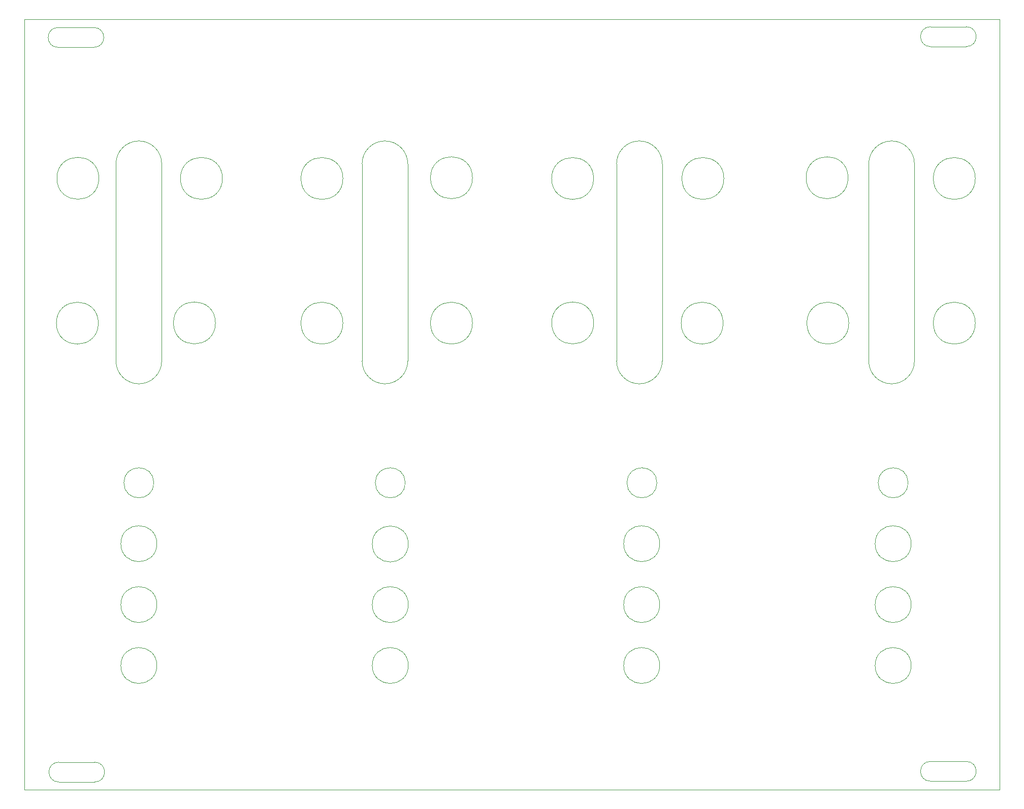
<source format=gm1>
G04 #@! TF.GenerationSoftware,KiCad,Pcbnew,(5.1.6-0-10_14)*
G04 #@! TF.CreationDate,2022-01-02T10:50:27+00:00*
G04 #@! TF.ProjectId,Quad Tube VCA,51756164-2054-4756-9265-205643412e6b,rev?*
G04 #@! TF.SameCoordinates,Original*
G04 #@! TF.FileFunction,Profile,NP*
%FSLAX46Y46*%
G04 Gerber Fmt 4.6, Leading zero omitted, Abs format (unit mm)*
G04 Created by KiCad (PCBNEW (5.1.6-0-10_14)) date 2022-01-02 10:50:27*
%MOMM*%
%LPD*%
G01*
G04 APERTURE LIST*
G04 #@! TA.AperFunction,Profile*
%ADD10C,0.050000*%
G04 #@! TD*
G04 APERTURE END LIST*
D10*
X223012000Y-157734000D02*
X217043000Y-157734000D01*
X217043000Y-157734000D02*
G75*
G02*
X217043000Y-154432000I0J1651000D01*
G01*
X217043000Y-154432000D02*
X223012000Y-154432000D01*
X223012000Y-154432000D02*
G75*
G02*
X223012000Y-157734000I0J-1651000D01*
G01*
X77724000Y-157861000D02*
X71755000Y-157861000D01*
X77724000Y-154559000D02*
G75*
G02*
X77724000Y-157861000I0J-1651000D01*
G01*
X71755000Y-154559000D02*
X77724000Y-154559000D01*
X71755000Y-157861000D02*
G75*
G02*
X71755000Y-154559000I0J1651000D01*
G01*
X223012000Y-35179000D02*
X217043000Y-35179000D01*
X223012000Y-31877000D02*
G75*
G02*
X223012000Y-35179000I0J-1651000D01*
G01*
X217043000Y-31877000D02*
X223012000Y-31877000D01*
X217043000Y-35179000D02*
G75*
G02*
X217043000Y-31877000I0J1651000D01*
G01*
X71628000Y-32004000D02*
X77597000Y-32004000D01*
X77597000Y-35306000D02*
X71628000Y-35306000D01*
X71628000Y-35306000D02*
G75*
G02*
X71628000Y-32004000I0J1651000D01*
G01*
X77597000Y-32004000D02*
G75*
G02*
X77597000Y-35306000I0J-1651000D01*
G01*
X66040000Y-30607000D02*
X228600000Y-30607000D01*
X66040000Y-159131000D02*
X228600000Y-159131000D01*
X66040000Y-159131000D02*
X66040000Y-30607000D01*
X214376000Y-54737000D02*
X214376000Y-87630000D01*
X210566000Y-50927000D02*
G75*
G02*
X214376000Y-54737000I0J-3810000D01*
G01*
X206756000Y-87630000D02*
X206756000Y-54737000D01*
X206756000Y-54737000D02*
G75*
G02*
X210566000Y-50927000I3810000J0D01*
G01*
X214376000Y-87630000D02*
G75*
G02*
X210566000Y-91440000I-3810000J0D01*
G01*
X210566000Y-91440000D02*
G75*
G02*
X206756000Y-87630000I0J3810000D01*
G01*
X172339000Y-54737000D02*
X172339000Y-87630000D01*
X168529000Y-50927000D02*
G75*
G02*
X172339000Y-54737000I0J-3810000D01*
G01*
X164719000Y-87630000D02*
X164719000Y-54737000D01*
X164719000Y-54737000D02*
G75*
G02*
X168529000Y-50927000I3810000J0D01*
G01*
X172339000Y-87630000D02*
G75*
G02*
X168529000Y-91440000I-3810000J0D01*
G01*
X168529000Y-91440000D02*
G75*
G02*
X164719000Y-87630000I0J3810000D01*
G01*
X129921000Y-54737000D02*
X129921000Y-87630000D01*
X126111000Y-50927000D02*
G75*
G02*
X129921000Y-54737000I0J-3810000D01*
G01*
X122301000Y-87630000D02*
X122301000Y-54737000D01*
X122301000Y-54737000D02*
G75*
G02*
X126111000Y-50927000I3810000J0D01*
G01*
X129921000Y-87630000D02*
G75*
G02*
X126111000Y-91440000I-3810000J0D01*
G01*
X126111000Y-91440000D02*
G75*
G02*
X122301000Y-87630000I0J3810000D01*
G01*
X88900000Y-54737000D02*
X88900000Y-87630000D01*
X81280000Y-87630000D02*
X81280000Y-54737000D01*
X81280000Y-54737000D02*
G75*
G02*
X85090000Y-50927000I3810000J0D01*
G01*
X85090000Y-50927000D02*
G75*
G02*
X88900000Y-54737000I0J-3810000D01*
G01*
X88900000Y-87630000D02*
G75*
G02*
X85090000Y-91440000I-3810000J0D01*
G01*
X85090000Y-91440000D02*
G75*
G02*
X81280000Y-87630000I0J3810000D01*
G01*
X87590000Y-107950000D02*
G75*
G03*
X87590000Y-107950000I-2500000J0D01*
G01*
X129500000Y-107950000D02*
G75*
G03*
X129500000Y-107950000I-2500000J0D01*
G01*
X171450000Y-107950000D02*
G75*
G03*
X171450000Y-107950000I-2500000J0D01*
G01*
X213320000Y-107950000D02*
G75*
G03*
X213320000Y-107950000I-2500000J0D01*
G01*
X213820000Y-138430000D02*
G75*
G03*
X213820000Y-138430000I-3000000J0D01*
G01*
X213820000Y-128270000D02*
G75*
G03*
X213820000Y-128270000I-3000000J0D01*
G01*
X213820000Y-118110000D02*
G75*
G03*
X213820000Y-118110000I-3000000J0D01*
G01*
X171910000Y-138430000D02*
G75*
G03*
X171910000Y-138430000I-3000000J0D01*
G01*
X171910000Y-128270000D02*
G75*
G03*
X171910000Y-128270000I-3000000J0D01*
G01*
X171910000Y-118110000D02*
G75*
G03*
X171910000Y-118110000I-3000000J0D01*
G01*
X130000000Y-138430000D02*
G75*
G03*
X130000000Y-138430000I-3000000J0D01*
G01*
X130000000Y-128270000D02*
G75*
G03*
X130000000Y-128270000I-3000000J0D01*
G01*
X130000000Y-118158000D02*
G75*
G03*
X130000000Y-118158000I-3000000J0D01*
G01*
X88090000Y-138430000D02*
G75*
G03*
X88090000Y-138430000I-3000000J0D01*
G01*
X88090000Y-128270000D02*
G75*
G03*
X88090000Y-128270000I-3000000J0D01*
G01*
X88090000Y-118110000D02*
G75*
G03*
X88090000Y-118110000I-3000000J0D01*
G01*
X224522000Y-81320000D02*
G75*
G03*
X224522000Y-81320000I-3500000J0D01*
G01*
X203440000Y-81320000D02*
G75*
G03*
X203440000Y-81320000I-3500000J0D01*
G01*
X224522000Y-57190000D02*
G75*
G03*
X224522000Y-57190000I-3500000J0D01*
G01*
X203313000Y-57063000D02*
G75*
G03*
X203313000Y-57063000I-3500000J0D01*
G01*
X182485000Y-81320000D02*
G75*
G03*
X182485000Y-81320000I-3500000J0D01*
G01*
X182612000Y-57190000D02*
G75*
G03*
X182612000Y-57190000I-3500000J0D01*
G01*
X160895000Y-57190000D02*
G75*
G03*
X160895000Y-57190000I-3500000J0D01*
G01*
X160909000Y-81280000D02*
G75*
G03*
X160909000Y-81280000I-3500000J0D01*
G01*
X140702000Y-81320000D02*
G75*
G03*
X140702000Y-81320000I-3500000J0D01*
G01*
X140702000Y-57063000D02*
G75*
G03*
X140702000Y-57063000I-3500000J0D01*
G01*
X119112000Y-81320000D02*
G75*
G03*
X119112000Y-81320000I-3500000J0D01*
G01*
X119112000Y-57190000D02*
G75*
G03*
X119112000Y-57190000I-3500000J0D01*
G01*
X97861000Y-81280000D02*
G75*
G03*
X97861000Y-81280000I-3500000J0D01*
G01*
X78345000Y-81320000D02*
G75*
G03*
X78345000Y-81320000I-3500000J0D01*
G01*
X99025000Y-57170000D02*
G75*
G03*
X99025000Y-57170000I-3500000J0D01*
G01*
X78430000Y-57150000D02*
G75*
G03*
X78430000Y-57150000I-3500000J0D01*
G01*
X228600000Y-159131000D02*
X228600000Y-30607000D01*
M02*

</source>
